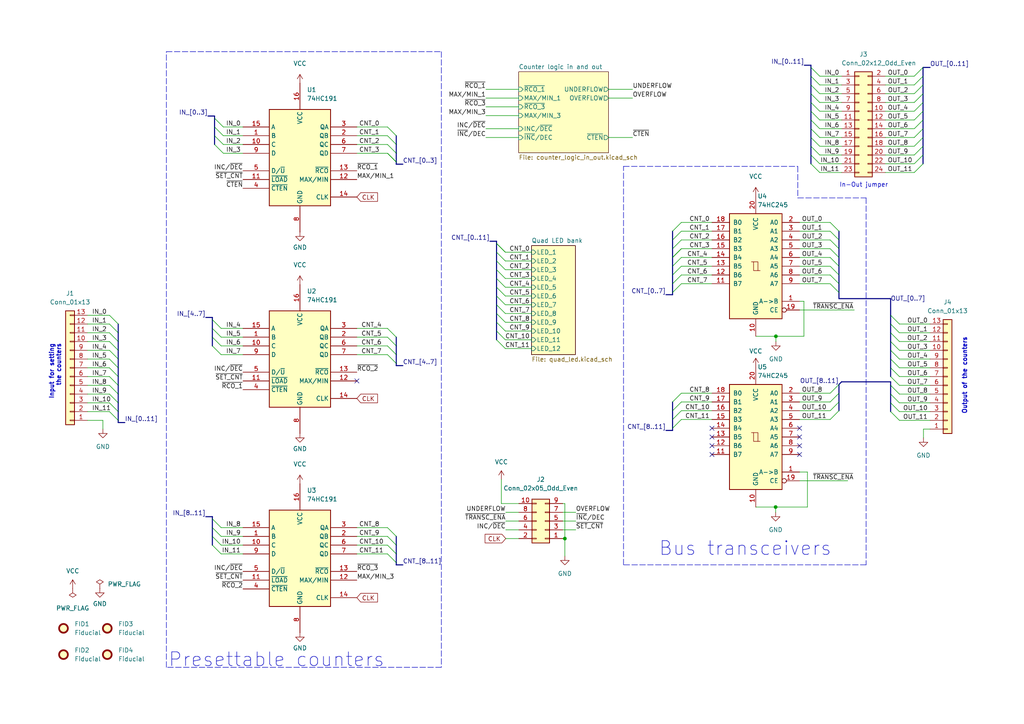
<source format=kicad_sch>
(kicad_sch (version 20211123) (generator eeschema)
  (paper "A4")
  (title_block (title "12 Bit CPU board") (date "2023-04-16") (rev "0.0") (company "The O Town Garage"))
  (lib_symbols
    (symbol "74HC191:74HC191"
      (property "Reference" "U" (at 0 0 0))
      (property "Value" "74HC191" (at 0 -3.81 0))
      (symbol "74HC191_0_1"
        (pin input line (at -16.51 0 0) (length 7.62) (name "B") (number "1"))
        (pin input line (at -16.51 -2.54 0) (length 7.62) (name "C") (number "10"))
        (pin input line (at -16.51 -12.7 0) (length 7.62) (name "~{LOAD}") (number "11"))
        (pin output line (at 16.51 -12.7 180) (length 7.62) (name "MAX/MIN") (number "12"))
        (pin output line (at 16.51 -10.16 180) (length 7.62) (name "~{RCO}") (number "13"))
        (pin input line (at 16.51 -17.78 180) (length 7.62) (name "CLK") (number "14"))
        (pin input line (at -16.51 2.54 0) (length 7.62) (name "A") (number "15"))
        (pin power_in line (at 0 15.24 270) (length 7.62) (name "VCC") (number "16"))
        (pin output line (at 16.51 0 180) (length 7.62) (name "QB") (number "2"))
        (pin output line (at 16.51 2.54 180) (length 7.62) (name "QA") (number "3"))
        (pin input line (at -16.51 -15.24 0) (length 7.62) (name "~{CTEN}") (number "4"))
        (pin input line (at -16.51 -10.16 0) (length 7.62) (name "D/~{U}") (number "5"))
        (pin output line (at 16.51 -2.54 180) (length 7.62) (name "QC") (number "6"))
        (pin output line (at 16.51 -5.08 180) (length 7.62) (name "QD") (number "7"))
        (pin power_in line (at 0 -27.94 90) (length 7.62) (name "GND") (number "8"))
        (pin input line (at -16.51 -5.08 0) (length 7.62) (name "D") (number "9"))
      )
      (symbol "74HC191_1_1"
        (rectangle (start -8.89 7.62) (end 8.89 -20.32) (stroke (width 0.254)) (fill (type background)))
      )
    )
    (symbol "74xx:74HC245" (pin_names (offset 1.016))
      (property "Reference" "U" (at -7.62 16.51 0))
      (property "Value" "74HC245" (at -7.62 -16.51 0))
      (symbol "74HC245_1_0"
        (polyline (pts (xy -0.635 -1.27) (xy -0.635 1.27) (xy 0.635 1.27)))
        (polyline (pts (xy -1.27 -1.27) (xy 0.635 -1.27) (xy 0.635 1.27) (xy 1.27 1.27)))
        (pin input line (at -12.7 -10.16 0) (length 5.08) (name "A->B") (number "1"))
        (pin power_in line (at 0 -20.32 90) (length 5.08) (name "GND") (number "10"))
        (pin tri_state line (at 12.7 -5.08 180) (length 5.08) (name "B7") (number "11"))
        (pin tri_state line (at 12.7 -2.54 180) (length 5.08) (name "B6") (number "12"))
        (pin tri_state line (at 12.7 0 180) (length 5.08) (name "B5") (number "13"))
        (pin tri_state line (at 12.7 2.54 180) (length 5.08) (name "B4") (number "14"))
        (pin tri_state line (at 12.7 5.08 180) (length 5.08) (name "B3") (number "15"))
        (pin tri_state line (at 12.7 7.62 180) (length 5.08) (name "B2") (number "16"))
        (pin tri_state line (at 12.7 10.16 180) (length 5.08) (name "B1") (number "17"))
        (pin tri_state line (at 12.7 12.7 180) (length 5.08) (name "B0") (number "18"))
        (pin input inverted (at -12.7 -12.7 0) (length 5.08) (name "CE") (number "19"))
        (pin tri_state line (at -12.7 12.7 0) (length 5.08) (name "A0") (number "2"))
        (pin power_in line (at 0 20.32 270) (length 5.08) (name "VCC") (number "20"))
        (pin tri_state line (at -12.7 10.16 0) (length 5.08) (name "A1") (number "3"))
        (pin tri_state line (at -12.7 7.62 0) (length 5.08) (name "A2") (number "4"))
        (pin tri_state line (at -12.7 5.08 0) (length 5.08) (name "A3") (number "5"))
        (pin tri_state line (at -12.7 2.54 0) (length 5.08) (name "A4") (number "6"))
        (pin tri_state line (at -12.7 0 0) (length 5.08) (name "A5") (number "7"))
        (pin tri_state line (at -12.7 -2.54 0) (length 5.08) (name "A6") (number "8"))
        (pin tri_state line (at -12.7 -5.08 0) (length 5.08) (name "A7") (number "9"))
      )
      (symbol "74HC245_1_1"
        (rectangle (start -7.62 15.24) (end 7.62 -15.24) (stroke (width 0.254)) (fill (type background)))
      )
    )
    (symbol "Connector_Generic:Conn_01x13" (pin_names (offset 1.016) hide)
      (property "Reference" "J" (at 0 17.78 0))
      (property "Value" "Conn_01x13" (at 0 -17.78 0))
      (symbol "Conn_01x13_1_1"
        (rectangle (start -1.27 -15.113) (end 0 -15.367) (stroke (width 0.1524)))
        (rectangle (start -1.27 -12.573) (end 0 -12.827) (stroke (width 0.1524)))
        (rectangle (start -1.27 -10.033) (end 0 -10.287) (stroke (width 0.1524)))
        (rectangle (start -1.27 -7.493) (end 0 -7.747) (stroke (width 0.1524)))
        (rectangle (start -1.27 -4.953) (end 0 -5.207) (stroke (width 0.1524)))
        (rectangle (start -1.27 -2.413) (end 0 -2.667) (stroke (width 0.1524)))
        (rectangle (start -1.27 0.127) (end 0 -0.127) (stroke (width 0.1524)))
        (rectangle (start -1.27 2.667) (end 0 2.413) (stroke (width 0.1524)))
        (rectangle (start -1.27 5.207) (end 0 4.953) (stroke (width 0.1524)))
        (rectangle (start -1.27 7.747) (end 0 7.493) (stroke (width 0.1524)))
        (rectangle (start -1.27 10.287) (end 0 10.033) (stroke (width 0.1524)))
        (rectangle (start -1.27 12.827) (end 0 12.573) (stroke (width 0.1524)))
        (rectangle (start -1.27 15.367) (end 0 15.113) (stroke (width 0.1524)))
        (rectangle (start -1.27 16.51) (end 1.27 -16.51) (stroke (width 0.254)) (fill (type background)))
        (pin passive line (at -5.08 15.24 0) (length 3.81) (name "Pin_1") (number "1"))
        (pin passive line (at -5.08 -7.62 0) (length 3.81) (name "Pin_10") (number "10"))
        (pin passive line (at -5.08 -10.16 0) (length 3.81) (name "Pin_11") (number "11"))
        (pin passive line (at -5.08 -12.7 0) (length 3.81) (name "Pin_12") (number "12"))
        (pin passive line (at -5.08 -15.24 0) (length 3.81) (name "Pin_13") (number "13"))
        (pin passive line (at -5.08 12.7 0) (length 3.81) (name "Pin_2") (number "2"))
        (pin passive line (at -5.08 10.16 0) (length 3.81) (name "Pin_3") (number "3"))
        (pin passive line (at -5.08 7.62 0) (length 3.81) (name "Pin_4") (number "4"))
        (pin passive line (at -5.08 5.08 0) (length 3.81) (name "Pin_5") (number "5"))
        (pin passive line (at -5.08 2.54 0) (length 3.81) (name "Pin_6") (number "6"))
        (pin passive line (at -5.08 0 0) (length 3.81) (name "Pin_7") (number "7"))
        (pin passive line (at -5.08 -2.54 0) (length 3.81) (name "Pin_8") (number "8"))
        (pin passive line (at -5.08 -5.08 0) (length 3.81) (name "Pin_9") (number "9"))
      )
    )
    (symbol "Connector_Generic:Conn_02x05_Odd_Even" (pin_names (offset 1.016) hide)
      (property "Reference" "J" (at 1.27 7.62 0))
      (property "Value" "Conn_02x05_Odd_Even" (at 1.27 -7.62 0))
      (symbol "Conn_02x05_Odd_Even_1_1"
        (rectangle (start -1.27 -4.953) (end 0 -5.207) (stroke (width 0.1524)))
        (rectangle (start -1.27 -2.413) (end 0 -2.667) (stroke (width 0.1524)))
        (rectangle (start -1.27 0.127) (end 0 -0.127) (stroke (width 0.1524)))
        (rectangle (start -1.27 2.667) (end 0 2.413) (stroke (width 0.1524)))
        (rectangle (start -1.27 5.207) (end 0 4.953) (stroke (width 0.1524)))
        (rectangle (start -1.27 6.35) (end 3.81 -6.35) (stroke (width 0.254)) (fill (type background)))
        (rectangle (start 3.81 -4.953) (end 2.54 -5.207) (stroke (width 0.1524)))
        (rectangle (start 3.81 -2.413) (end 2.54 -2.667) (stroke (width 0.1524)))
        (rectangle (start 3.81 0.127) (end 2.54 -0.127) (stroke (width 0.1524)))
        (rectangle (start 3.81 2.667) (end 2.54 2.413) (stroke (width 0.1524)))
        (rectangle (start 3.81 5.207) (end 2.54 4.953) (stroke (width 0.1524)))
        (pin passive line (at -5.08 5.08 0) (length 3.81) (name "Pin_1") (number "1"))
        (pin passive line (at 7.62 -5.08 180) (length 3.81) (name "Pin_10") (number "10"))
        (pin passive line (at 7.62 5.08 180) (length 3.81) (name "Pin_2") (number "2"))
        (pin passive line (at -5.08 2.54 0) (length 3.81) (name "Pin_3") (number "3"))
        (pin passive line (at 7.62 2.54 180) (length 3.81) (name "Pin_4") (number "4"))
        (pin passive line (at -5.08 0 0) (length 3.81) (name "Pin_5") (number "5"))
        (pin passive line (at 7.62 0 180) (length 3.81) (name "Pin_6") (number "6"))
        (pin passive line (at -5.08 -2.54 0) (length 3.81) (name "Pin_7") (number "7"))
        (pin passive line (at 7.62 -2.54 180) (length 3.81) (name "Pin_8") (number "8"))
        (pin passive line (at -5.08 -5.08 0) (length 3.81) (name "Pin_9") (number "9"))
      )
    )
    (symbol "Connector_Generic:Conn_02x12_Odd_Even" (pin_names (offset 1.016) hide)
      (property "Reference" "J" (at 1.27 15.24 0))
      (property "Value" "Conn_02x12_Odd_Even" (at 1.27 -17.78 0))
      (symbol "Conn_02x12_Odd_Even_1_1"
        (rectangle (start -1.27 -15.113) (end 0 -15.367) (stroke (width 0.1524)))
        (rectangle (start -1.27 -12.573) (end 0 -12.827) (stroke (width 0.1524)))
        (rectangle (start -1.27 -10.033) (end 0 -10.287) (stroke (width 0.1524)))
        (rectangle (start -1.27 -7.493) (end 0 -7.747) (stroke (width 0.1524)))
        (rectangle (start -1.27 -4.953) (end 0 -5.207) (stroke (width 0.1524)))
        (rectangle (start -1.27 -2.413) (end 0 -2.667) (stroke (width 0.1524)))
        (rectangle (start -1.27 0.127) (end 0 -0.127) (stroke (width 0.1524)))
        (rectangle (start -1.27 2.667) (end 0 2.413) (stroke (width 0.1524)))
        (rectangle (start -1.27 5.207) (end 0 4.953) (stroke (width 0.1524)))
        (rectangle (start -1.27 7.747) (end 0 7.493) (stroke (width 0.1524)))
        (rectangle (start -1.27 10.287) (end 0 10.033) (stroke (width 0.1524)))
        (rectangle (start -1.27 12.827) (end 0 12.573) (stroke (width 0.1524)))
        (rectangle (start -1.27 13.97) (end 3.81 -16.51) (stroke (width 0.254)) (fill (type background)))
        (rectangle (start 3.81 -15.113) (end 2.54 -15.367) (stroke (width 0.1524)))
        (rectangle (start 3.81 -12.573) (end 2.54 -12.827) (stroke (width 0.1524)))
        (rectangle (start 3.81 -10.033) (end 2.54 -10.287) (stroke (width 0.1524)))
        (rectangle (start 3.81 -7.493) (end 2.54 -7.747) (stroke (width 0.1524)))
        (rectangle (start 3.81 -4.953) (end 2.54 -5.207) (stroke (width 0.1524)))
        (rectangle (start 3.81 -2.413) (end 2.54 -2.667) (stroke (width 0.1524)))
        (rectangle (start 3.81 0.127) (end 2.54 -0.127) (stroke (width 0.1524)))
        (rectangle (start 3.81 2.667) (end 2.54 2.413) (stroke (width 0.1524)))
        (rectangle (start 3.81 5.207) (end 2.54 4.953) (stroke (width 0.1524)))
        (rectangle (start 3.81 7.747) (end 2.54 7.493) (stroke (width 0.1524)))
        (rectangle (start 3.81 10.287) (end 2.54 10.033) (stroke (width 0.1524)))
        (rectangle (start 3.81 12.827) (end 2.54 12.573) (stroke (width 0.1524)))
        (pin passive line (at -5.08 12.7 0) (length 3.81) (name "Pin_1") (number "1"))
        (pin passive line (at 7.62 2.54 180) (length 3.81) (name "Pin_10") (number "10"))
        (pin passive line (at -5.08 0 0) (length 3.81) (name "Pin_11") (number "11"))
        (pin passive line (at 7.62 0 180) (length 3.81) (name "Pin_12") (number "12"))
        (pin passive line (at -5.08 -2.54 0) (length 3.81) (name "Pin_13") (number "13"))
        (pin passive line (at 7.62 -2.54 180) (length 3.81) (name "Pin_14") (number "14"))
        (pin passive line (at -5.08 -5.08 0) (length 3.81) (name "Pin_15") (number "15"))
        (pin passive line (at 7.62 -5.08 180) (length 3.81) (name "Pin_16") (number "16"))
        (pin passive line (at -5.08 -7.62 0) (length 3.81) (name "Pin_17") (number "17"))
        (pin passive line (at 7.62 -7.62 180) (length 3.81) (name "Pin_18") (number "18"))
        (pin passive line (at -5.08 -10.16 0) (length 3.81) (name "Pin_19") (number "19"))
        (pin passive line (at 7.62 12.7 180) (length 3.81) (name "Pin_2") (number "2"))
        (pin passive line (at 7.62 -10.16 180) (length 3.81) (name "Pin_20") (number "20"))
        (pin passive line (at -5.08 -12.7 0) (length 3.81) (name "Pin_21") (number "21"))
        (pin passive line (at 7.62 -12.7 180) (length 3.81) (name "Pin_22") (number "22"))
        (pin passive line (at -5.08 -15.24 0) (length 3.81) (name "Pin_23") (number "23"))
        (pin passive line (at 7.62 -15.24 180) (length 3.81) (name "Pin_24") (number "24"))
        (pin passive line (at -5.08 10.16 0) (length 3.81) (name "Pin_3") (number "3"))
        (pin passive line (at 7.62 10.16 180) (length 3.81) (name "Pin_4") (number "4"))
        (pin passive line (at -5.08 7.62 0) (length 3.81) (name "Pin_5") (number "5"))
        (pin passive line (at 7.62 7.62 180) (length 3.81) (name "Pin_6") (number "6"))
        (pin passive line (at -5.08 5.08 0) (length 3.81) (name "Pin_7") (number "7"))
        (pin passive line (at 7.62 5.08 180) (length 3.81) (name "Pin_8") (number "8"))
        (pin passive line (at -5.08 2.54 0) (length 3.81) (name "Pin_9") (number "9"))
      )
    )
    (symbol "Mechanical:Fiducial"
      (property "Reference" "FID" (at 0 5.08 0))
      (property "Value" "Fiducial" (at 0 3.175 0))
      (symbol "Fiducial_0_1"
        (circle (center 0 0) (radius 1.27) (stroke (width 0.508)) (fill (type background)))
      )
    )
    (symbol "power:GND" (power) (pin_names (offset 0))
      (property "Value" "GND" (at 0 -3.81 0))
      (symbol "GND_0_1"
        (polyline (pts (xy 0 0) (xy 0 -1.27) (xy 1.27 -1.27) (xy 0 -2.54) (xy -1.27 -1.27) (xy 0 -1.27)))
      )
      (symbol "GND_1_1"
        (pin power_in line (at 0 0 270) (length 0) hide (name "GND") (number "1"))
      )
    )
    (symbol "power:PWR_FLAG" (power) (pin_numbers hide) (pin_names (offset 0) hide)
      (property "Value" "PWR_FLAG" (at 0 3.81 0))
      (symbol "PWR_FLAG_0_0"
        (pin power_out line (at 0 0 90) (length 0) (name "pwr") (number "1"))
      )
      (symbol "PWR_FLAG_0_1"
        (polyline (pts (xy 0 0) (xy 0 1.27) (xy -1.016 1.905) (xy 0 2.54) (xy 1.016 1.905) (xy 0 1.27)))
      )
    )
    (symbol "power:VCC" (power) (pin_names (offset 0))
      (property "Value" "VCC" (at 0 3.81 0))
      (symbol "VCC_0_1"
        (polyline (pts (xy -0.762 1.27) (xy 0 2.54)))
        (polyline (pts (xy 0 0) (xy 0 2.54)))
        (polyline (pts (xy 0 2.54) (xy 0.762 1.27)))
      )
      (symbol "VCC_1_1"
        (pin power_in line (at 0 0 90) (length 0) hide (name "VCC") (number "1"))
      )
    )
  )
  (junction (at 225.044 97.536))
  (junction (at 224.9651 147.066))
  (junction (at 163.83 156.21))
  (no_connect (at 103.505 110.49))
  (no_connect (at 206.502 124.206))
  (no_connect (at 206.502 126.746))
  (no_connect (at 206.502 129.286))
  (no_connect (at 206.502 131.826))
  (no_connect (at 231.902 124.206))
  (no_connect (at 231.902 126.746))
  (no_connect (at 231.902 129.286))
  (no_connect (at 231.902 131.826))
  (bus_entry (at 31.75 91.44) (size 2.54 2.54))
  (bus_entry (at 267.716 39.878) (size -2.54 2.54))
  (bus_entry (at 146.558 93.472) (size -2.54 -2.54))
  (bus_entry (at 112.395 160.655) (size 2.54 2.54))
  (bus_entry (at 112.395 97.79) (size 2.54 2.54))
  (bus_entry (at 197.612 64.516) (size -2.54 2.54))
  (bus_entry (at 267.716 19.558) (size -2.54 2.54))
  (bus_entry (at 237.744 47.498) (size -2.54 -2.54))
  (bus_entry (at 237.744 42.418) (size -2.54 -2.54))
  (bus_entry (at 258.318 91.44) (size 2.54 2.54))
  (bus_entry (at 243.332 116.586) (size -2.54 2.54))
  (bus_entry (at 258.318 116.84) (size 2.54 2.54))
  (bus_entry (at 258.318 114.3) (size 2.54 2.54))
  (bus_entry (at 258.318 119.38) (size 2.54 2.54))
  (bus_entry (at 258.318 111.76) (size 2.54 2.54))
  (bus_entry (at 31.75 109.22) (size 2.54 2.54))
  (bus_entry (at 146.558 83.312) (size -2.54 -2.54))
  (bus_entry (at 197.612 121.666) (size -2.54 2.54))
  (bus_entry (at 267.716 29.718) (size -2.54 2.54))
  (bus_entry (at 197.612 74.676) (size -2.54 2.54))
  (bus_entry (at 258.318 104.14) (size 2.54 2.54))
  (bus_entry (at 243.332 74.676) (size -2.54 -2.54))
  (bus_entry (at 235.204 24.638) (size 2.54 2.54))
  (bus_entry (at 112.395 153.035) (size 2.54 2.54))
  (bus_entry (at 235.204 22.098) (size 2.54 2.54))
  (bus_entry (at 258.318 101.6) (size 2.54 2.54))
  (bus_entry (at 258.318 106.68) (size 2.54 2.54))
  (bus_entry (at 267.716 44.958) (size -2.54 2.54))
  (bus_entry (at 243.332 77.216) (size -2.54 -2.54))
  (bus_entry (at 112.395 44.45) (size 2.54 2.54))
  (bus_entry (at 267.716 27.178) (size -2.54 2.54))
  (bus_entry (at 146.558 101.092) (size -2.54 -2.54))
  (bus_entry (at 237.744 50.038) (size -2.54 -2.54))
  (bus_entry (at 197.612 72.136) (size -2.54 2.54))
  (bus_entry (at 197.612 77.216) (size -2.54 2.54))
  (bus_entry (at 243.332 114.046) (size -2.54 2.54))
  (bus_entry (at 267.716 37.338) (size -2.54 2.54))
  (bus_entry (at 112.395 95.25) (size 2.54 2.54))
  (bus_entry (at 197.612 69.596) (size -2.54 2.54))
  (bus_entry (at 146.558 73.152) (size -2.54 -2.54))
  (bus_entry (at 235.204 27.178) (size 2.54 2.54))
  (bus_entry (at 146.558 88.392) (size -2.54 -2.54))
  (bus_entry (at 112.395 41.91) (size 2.54 2.54))
  (bus_entry (at 31.75 119.38) (size 2.54 2.54))
  (bus_entry (at 31.75 111.76) (size 2.54 2.54))
  (bus_entry (at 31.75 116.84) (size 2.54 2.54))
  (bus_entry (at 31.75 114.3) (size 2.54 2.54))
  (bus_entry (at 197.612 116.586) (size -2.54 2.54))
  (bus_entry (at 258.318 99.06) (size 2.54 2.54))
  (bus_entry (at 267.716 34.798) (size -2.54 2.54))
  (bus_entry (at 243.332 119.126) (size -2.54 2.54))
  (bus_entry (at 146.558 73.152) (size -2.54 -2.54))
  (bus_entry (at 197.612 79.756) (size -2.54 2.54))
  (bus_entry (at 237.744 34.798) (size -2.54 -2.54))
  (bus_entry (at 64.135 95.25) (size -2.54 -2.54))
  (bus_entry (at 31.75 96.52) (size 2.54 2.54))
  (bus_entry (at 243.332 82.296) (size -2.54 -2.54))
  (bus_entry (at 31.75 99.06) (size 2.54 2.54))
  (bus_entry (at 243.332 72.136) (size -2.54 -2.54))
  (bus_entry (at 258.318 96.52) (size 2.54 2.54))
  (bus_entry (at 267.716 47.498) (size -2.54 2.54))
  (bus_entry (at 64.135 102.87) (size -2.54 -2.54))
  (bus_entry (at 112.395 158.115) (size 2.54 2.54))
  (bus_entry (at 267.716 32.258) (size -2.54 2.54))
  (bus_entry (at 64.135 160.655) (size -2.54 -2.54))
  (bus_entry (at 197.612 114.046) (size -2.54 2.54))
  (bus_entry (at 31.75 93.98) (size 2.54 2.54))
  (bus_entry (at 62.23 39.37) (size 2.54 2.54))
  (bus_entry (at 267.716 42.418) (size -2.54 2.54))
  (bus_entry (at 62.23 36.83) (size 2.54 2.54))
  (bus_entry (at 243.332 79.756) (size -2.54 -2.54))
  (bus_entry (at 146.558 96.012) (size -2.54 -2.54))
  (bus_entry (at 146.558 78.232) (size -2.54 -2.54))
  (bus_entry (at 112.395 44.45) (size 2.54 2.54))
  (bus_entry (at 62.23 41.91) (size 2.54 2.54))
  (bus_entry (at 112.395 102.87) (size 2.54 2.54))
  (bus_entry (at 267.716 22.098) (size -2.54 2.54))
  (bus_entry (at 31.75 106.68) (size 2.54 2.54))
  (bus_entry (at 64.135 153.035) (size -2.54 -2.54))
  (bus_entry (at 197.612 67.056) (size -2.54 2.54))
  (bus_entry (at 64.135 155.575) (size -2.54 -2.54))
  (bus_entry (at 31.75 101.6) (size 2.54 2.54))
  (bus_entry (at 237.744 32.258) (size -2.54 -2.54))
  (bus_entry (at 64.135 158.115) (size -2.54 -2.54))
  (bus_entry (at 237.744 39.878) (size -2.54 -2.54))
  (bus_entry (at 237.744 37.338) (size -2.54 -2.54))
  (bus_entry (at 64.135 97.79) (size -2.54 -2.54))
  (bus_entry (at 197.612 82.296) (size -2.54 2.54))
  (bus_entry (at 64.135 100.33) (size -2.54 -2.54))
  (bus_entry (at 267.716 24.638) (size -2.54 2.54))
  (bus_entry (at 112.395 36.83) (size 2.54 2.54))
  (bus_entry (at 146.558 98.552) (size -2.54 -2.54))
  (bus_entry (at 237.744 44.958) (size -2.54 -2.54))
  (bus_entry (at 112.395 100.33) (size 2.54 2.54))
  (bus_entry (at 146.558 85.852) (size -2.54 -2.54))
  (bus_entry (at 243.332 84.836) (size -2.54 -2.54))
  (bus_entry (at 243.332 69.596) (size -2.54 -2.54))
  (bus_entry (at 112.395 155.575) (size 2.54 2.54))
  (bus_entry (at 197.612 119.126) (size -2.54 2.54))
  (bus_entry (at 62.23 34.29) (size 2.54 2.54))
  (bus_entry (at 146.558 75.692) (size -2.54 -2.54))
  (bus_entry (at 243.332 67.056) (size -2.54 -2.54))
  (bus_entry (at 112.395 39.37) (size 2.54 2.54))
  (bus_entry (at 258.318 109.22) (size 2.54 2.54))
  (bus_entry (at 235.204 19.558) (size 2.54 2.54))
  (bus_entry (at 146.558 80.772) (size -2.54 -2.54))
  (bus_entry (at 31.75 104.14) (size 2.54 2.54))
  (bus_entry (at 243.332 111.506) (size -2.54 2.54))
  (bus_entry (at 197.612 72.136) (size -2.54 2.54))
  (bus_entry (at 146.558 90.932) (size -2.54 -2.54))
  (bus_entry (at 258.318 93.98) (size 2.54 2.54))
  (wire (pts (xy 231.902 89.916) (xy 247.777 89.916)))
  (bus (pts (xy 34.29 122.555) (xy 36.195 122.555)))
  (polyline (pts (xy 251.206 163.83) (xy 180.848 163.83)))
  (wire (pts (xy 176.4921 28.4496) (xy 183.4771 28.4496)))
  (wire (pts (xy 260.858 121.92) (xy 269.748 121.92)))
  (wire (pts (xy 146.558 90.932) (xy 154.178 90.932)))
  (wire (pts (xy 70.485 155.575) (xy 64.135 155.575)))
  (wire (pts (xy 154.178 78.232) (xy 146.558 78.232)))
  (wire (pts (xy 219.202 147.066) (xy 224.9651 147.066)))
  (bus (pts (xy 243.332 72.136) (xy 243.332 74.676)))
  (wire (pts (xy 103.505 160.655) (xy 112.395 160.655)))
  (bus (pts (xy 243.332 116.586) (xy 243.332 114.046)))
  (bus (pts (xy 34.29 114.3) (xy 34.29 116.84)))
  (wire (pts (xy 70.485 97.79) (xy 64.135 97.79)))
  (bus (pts (xy 258.318 99.06) (xy 258.318 96.52)))
  (bus (pts (xy 243.332 74.676) (xy 243.332 77.216)))
  (bus (pts (xy 267.716 37.338) (xy 267.716 39.878)))
  (wire (pts (xy 103.505 39.37) (xy 112.395 39.37)))
  (bus (pts (xy 114.935 163.83) (xy 116.84 163.83)))
  (wire (pts (xy 244.094 32.258) (xy 237.744 32.258)))
  (wire (pts (xy 70.485 160.655) (xy 64.135 160.655)))
  (wire (pts (xy 260.858 114.3) (xy 269.748 114.3)))
  (wire (pts (xy 260.858 101.6) (xy 269.748 101.6)))
  (wire (pts (xy 140.9321 37.3396) (xy 150.4571 37.3396)))
  (wire (pts (xy 25.4 104.14) (xy 31.75 104.14)))
  (wire (pts (xy 145.415 146.05) (xy 145.415 139.065)))
  (bus (pts (xy 195.072 67.056) (xy 195.072 69.596)))
  (wire (pts (xy 240.792 82.296) (xy 231.902 82.296)))
  (wire (pts (xy 163.195 151.13) (xy 167.005 151.13)))
  (bus (pts (xy 34.29 102.362) (xy 34.29 104.14)))
  (wire (pts (xy 163.195 156.21) (xy 163.83 156.21)))
  (wire (pts (xy 25.4 119.38) (xy 31.75 119.38)))
  (wire (pts (xy 244.094 37.338) (xy 237.744 37.338)))
  (wire (pts (xy 25.4 101.6) (xy 31.75 101.6)))
  (bus (pts (xy 258.318 96.52) (xy 258.318 93.98)))
  (wire (pts (xy 237.744 29.718) (xy 244.094 29.718)))
  (wire (pts (xy 265.176 42.418) (xy 256.794 42.418)))
  (bus (pts (xy 235.204 27.178) (xy 235.204 29.718)))
  (bus (pts (xy 267.716 27.178) (xy 267.716 24.638)))
  (bus (pts (xy 144.018 69.977) (xy 142.113 69.977)))
  (bus (pts (xy 34.29 116.84) (xy 34.29 119.38)))
  (wire (pts (xy 244.094 34.798) (xy 237.744 34.798)))
  (wire (pts (xy 206.502 74.676) (xy 197.612 74.676)))
  (wire (pts (xy 64.77 41.91) (xy 70.485 41.91)))
  (wire (pts (xy 25.4 93.98) (xy 31.75 93.98)))
  (wire (pts (xy 244.094 50.038) (xy 237.744 50.038)))
  (wire (pts (xy 206.502 79.756) (xy 197.612 79.756)))
  (wire (pts (xy 206.502 82.296) (xy 197.612 82.296)))
  (bus (pts (xy 267.716 42.418) (xy 267.716 39.878)))
  (bus (pts (xy 34.29 119.38) (xy 34.29 121.92)))
  (wire (pts (xy 265.176 22.098) (xy 256.794 22.098)))
  (bus (pts (xy 267.716 34.798) (xy 267.716 32.258)))
  (bus (pts (xy 258.318 101.6) (xy 258.318 99.06)))
  (wire (pts (xy 269.748 124.46) (xy 267.843 124.46)))
  (bus (pts (xy 243.332 119.126) (xy 243.332 116.586)))
  (bus (pts (xy 195.072 82.296) (xy 195.072 84.836)))
  (bus (pts (xy 114.935 47.625) (xy 116.84 47.625)))
  (bus (pts (xy 34.29 109.22) (xy 34.29 111.76)))
  (bus (pts (xy 61.595 158.115) (xy 61.595 155.575)))
  (wire (pts (xy 146.685 156.21) (xy 150.495 156.21)))
  (bus (pts (xy 114.935 106.045) (xy 116.84 106.045)))
  (bus (pts (xy 144.018 93.472) (xy 144.018 96.012)))
  (wire (pts (xy 260.858 99.06) (xy 269.748 99.06)))
  (wire (pts (xy 25.4 114.3) (xy 31.75 114.3)))
  (bus (pts (xy 195.072 124.841) (xy 193.167 124.841)))
  (wire (pts (xy 154.178 75.692) (xy 146.558 75.692)))
  (wire (pts (xy 260.858 111.76) (xy 269.748 111.76)))
  (bus (pts (xy 144.018 78.232) (xy 144.018 80.772)))
  (bus (pts (xy 144.018 73.152) (xy 144.018 70.612)))
  (bus (pts (xy 195.072 79.756) (xy 195.072 82.296)))
  (wire (pts (xy 265.176 50.038) (xy 256.794 50.038)))
  (wire (pts (xy 237.744 22.098) (xy 244.094 22.098)))
  (bus (pts (xy 258.318 119.38) (xy 258.318 116.84)))
  (bus (pts (xy 258.318 106.68) (xy 258.318 104.14)))
  (wire (pts (xy 225.044 97.536) (xy 225.044 99.06)))
  (bus (pts (xy 144.018 75.692) (xy 144.018 73.152)))
  (wire (pts (xy 244.094 42.418) (xy 237.744 42.418)))
  (wire (pts (xy 64.77 36.83) (xy 70.485 36.83)))
  (bus (pts (xy 114.935 39.37) (xy 114.935 41.91)))
  (bus (pts (xy 235.204 42.418) (xy 235.204 39.878)))
  (wire (pts (xy 154.178 73.152) (xy 146.558 73.152)))
  (wire (pts (xy 103.505 102.87) (xy 112.395 102.87)))
  (wire (pts (xy 233.172 87.376) (xy 231.902 87.376)))
  (wire (pts (xy 240.792 74.676) (xy 231.902 74.676)))
  (wire (pts (xy 103.505 36.83) (xy 112.395 36.83)))
  (wire (pts (xy 140.9321 39.8796) (xy 150.4571 39.8796)))
  (wire (pts (xy 140.9321 33.5296) (xy 150.4571 33.5296)))
  (bus (pts (xy 114.935 160.655) (xy 114.935 163.195)))
  (bus (pts (xy 235.204 27.178) (xy 235.204 24.638)))
  (wire (pts (xy 206.502 67.056) (xy 197.612 67.056)))
  (bus (pts (xy 233.299 18.923) (xy 235.204 18.923)))
  (bus (pts (xy 235.204 34.798) (xy 235.204 32.258)))
  (wire (pts (xy 224.9651 147.066) (xy 224.9651 148.59)))
  (wire (pts (xy 237.744 27.178) (xy 244.094 27.178)))
  (bus (pts (xy 114.935 44.45) (xy 114.935 46.99)))
  (wire (pts (xy 103.505 41.91) (xy 112.395 41.91)))
  (wire (pts (xy 206.502 116.586) (xy 197.612 116.586)))
  (bus (pts (xy 62.23 36.83) (xy 62.23 34.29)))
  (bus (pts (xy 34.29 93.98) (xy 34.29 96.52)))
  (wire (pts (xy 70.485 158.115) (xy 64.135 158.115)))
  (bus (pts (xy 267.716 19.558) (xy 269.748 19.558)))
  (bus (pts (xy 235.204 24.638) (xy 235.204 22.098)))
  (wire (pts (xy 233.172 87.376) (xy 233.172 97.536)))
  (wire (pts (xy 237.744 24.638) (xy 244.094 24.638)))
  (bus (pts (xy 61.595 92.71) (xy 61.595 92.075)))
  (bus (pts (xy 258.318 93.98) (xy 258.318 91.44)))
  (wire (pts (xy 103.505 97.79) (xy 112.395 97.79)))
  (wire (pts (xy 25.4 99.06) (xy 31.75 99.06)))
  (wire (pts (xy 240.792 67.056) (xy 231.902 67.056)))
  (wire (pts (xy 260.858 106.68) (xy 269.748 106.68)))
  (bus (pts (xy 267.716 24.638) (xy 267.716 22.098)))
  (bus (pts (xy 61.595 149.86) (xy 59.69 149.86)))
  (wire (pts (xy 231.902 139.446) (xy 245.872 139.446)))
  (wire (pts (xy 244.094 47.498) (xy 237.744 47.498)))
  (bus (pts (xy 114.935 46.99) (xy 114.935 47.625)))
  (wire (pts (xy 265.176 32.258) (xy 256.794 32.258)))
  (wire (pts (xy 244.094 44.958) (xy 237.744 44.958)))
  (wire (pts (xy 103.505 95.25) (xy 112.395 95.25)))
  (bus (pts (xy 267.716 29.718) (xy 267.716 27.178)))
  (wire (pts (xy 163.195 148.59) (xy 167.005 148.59)))
  (wire (pts (xy 206.502 69.596) (xy 197.612 69.596)))
  (wire (pts (xy 25.4 91.44) (xy 31.75 91.44)))
  (bus (pts (xy 235.204 19.558) (xy 235.204 18.923)))
  (wire (pts (xy 206.502 64.516) (xy 197.612 64.516)))
  (wire (pts (xy 70.485 100.33) (xy 64.135 100.33)))
  (polyline (pts (xy 231.394 48.26) (xy 231.394 57.404)))
  (polyline (pts (xy 128.016 193.548) (xy 48.26 193.548)))
  (wire (pts (xy 140.9321 30.9896) (xy 150.4571 30.9896)))
  (wire (pts (xy 265.176 44.958) (xy 256.794 44.958)))
  (bus (pts (xy 195.072 119.126) (xy 195.072 121.666)))
  (bus (pts (xy 258.318 111.76) (xy 258.318 114.3)))
  (bus (pts (xy 235.204 39.878) (xy 235.204 39.243)))
  (polyline (pts (xy 48.26 193.548) (xy 48.26 14.986)))
  (wire (pts (xy 206.502 114.046) (xy 197.612 114.046)))
  (bus (pts (xy 34.29 101.6) (xy 34.29 102.235)))
  (bus (pts (xy 114.935 100.33) (xy 114.935 102.87)))
  (wire (pts (xy 163.83 156.21) (xy 163.83 161.29)))
  (bus (pts (xy 267.716 44.958) (xy 267.716 42.418)))
  (wire (pts (xy 150.495 146.05) (xy 145.415 146.05)))
  (wire (pts (xy 25.4 116.84) (xy 31.75 116.84)))
  (wire (pts (xy 103.505 153.035) (xy 112.395 153.035)))
  (wire (pts (xy 29.845 121.92) (xy 29.845 124.46)))
  (polyline (pts (xy 180.848 163.83) (xy 180.848 48.26)))
  (wire (pts (xy 265.176 39.878) (xy 256.794 39.878)))
  (bus (pts (xy 235.204 47.498) (xy 235.204 44.958)))
  (wire (pts (xy 206.502 77.216) (xy 197.612 77.216)))
  (wire (pts (xy 25.4 109.22) (xy 31.75 109.22)))
  (bus (pts (xy 144.018 80.772) (xy 144.018 83.312)))
  (wire (pts (xy 25.4 96.52) (xy 31.75 96.52)))
  (wire (pts (xy 260.858 116.84) (xy 269.748 116.84)))
  (wire (pts (xy 265.176 24.638) (xy 256.794 24.638)))
  (bus (pts (xy 60.325 33.655) (xy 62.23 33.655)))
  (wire (pts (xy 240.792 77.216) (xy 231.902 77.216)))
  (bus (pts (xy 114.935 163.195) (xy 114.935 163.83)))
  (bus (pts (xy 114.935 102.87) (xy 114.935 105.41)))
  (bus (pts (xy 144.018 70.612) (xy 144.018 69.977)))
  (bus (pts (xy 62.23 34.29) (xy 62.23 33.655)))
  (bus (pts (xy 114.935 158.115) (xy 114.935 160.655)))
  (wire (pts (xy 260.858 109.22) (xy 269.748 109.22)))
  (wire (pts (xy 146.558 93.472) (xy 154.178 93.472)))
  (bus (pts (xy 235.204 32.258) (xy 235.204 29.718)))
  (wire (pts (xy 146.685 151.13) (xy 150.495 151.13)))
  (wire (pts (xy 267.843 124.46) (xy 267.843 127)))
  (polyline (pts (xy 231.394 57.404) (xy 251.206 57.404)))
  (bus (pts (xy 61.595 100.33) (xy 61.595 97.79)))
  (wire (pts (xy 240.792 72.136) (xy 231.902 72.136)))
  (bus (pts (xy 195.072 77.216) (xy 195.072 79.756)))
  (bus (pts (xy 267.716 32.258) (xy 267.716 29.718)))
  (wire (pts (xy 146.685 148.59) (xy 150.495 148.59)))
  (bus (pts (xy 34.29 111.76) (xy 34.29 114.3)))
  (bus (pts (xy 243.332 86.614) (xy 243.332 84.836)))
  (wire (pts (xy 240.792 64.516) (xy 231.902 64.516)))
  (bus (pts (xy 243.332 77.216) (xy 243.332 79.756)))
  (bus (pts (xy 144.018 75.692) (xy 144.018 78.232)))
  (wire (pts (xy 64.77 44.45) (xy 70.485 44.45)))
  (bus (pts (xy 243.332 111.506) (xy 244.094 110.744)))
  (wire (pts (xy 265.176 34.798) (xy 256.794 34.798)))
  (wire (pts (xy 240.792 119.126) (xy 231.902 119.126)))
  (polyline (pts (xy 180.848 48.26) (xy 231.394 48.26)))
  (wire (pts (xy 206.502 72.136) (xy 197.612 72.136)))
  (wire (pts (xy 265.176 29.718) (xy 256.794 29.718)))
  (bus (pts (xy 195.072 69.596) (xy 195.072 72.136)))
  (wire (pts (xy 260.858 96.52) (xy 269.748 96.52)))
  (wire (pts (xy 176.4921 25.9096) (xy 183.4771 25.9096)))
  (bus (pts (xy 235.204 37.338) (xy 235.204 39.116)))
  (polyline (pts (xy 251.206 57.404) (xy 251.206 163.83)))
  (bus (pts (xy 258.318 104.14) (xy 258.318 101.6)))
  (wire (pts (xy 163.195 153.67) (xy 167.005 153.67)))
  (wire (pts (xy 234.188 136.906) (xy 234.188 147.066)))
  (bus (pts (xy 195.072 85.471) (xy 193.167 85.471)))
  (wire (pts (xy 146.558 83.312) (xy 154.178 83.312)))
  (bus (pts (xy 267.716 34.798) (xy 267.716 37.338)))
  (wire (pts (xy 146.558 98.552) (xy 154.178 98.552)))
  (bus (pts (xy 61.595 153.035) (xy 61.595 150.495)))
  (bus (pts (xy 61.595 95.25) (xy 61.595 92.71)))
  (wire (pts (xy 103.505 155.575) (xy 112.395 155.575)))
  (wire (pts (xy 25.4 106.68) (xy 31.75 106.68)))
  (bus (pts (xy 144.018 88.392) (xy 144.018 90.932)))
  (bus (pts (xy 195.072 116.586) (xy 195.072 119.126)))
  (bus (pts (xy 34.29 106.68) (xy 34.29 109.22)))
  (bus (pts (xy 243.332 67.056) (xy 243.332 69.596)))
  (wire (pts (xy 70.485 102.87) (xy 64.135 102.87)))
  (wire (pts (xy 70.485 95.25) (xy 64.135 95.25)))
  (wire (pts (xy 103.505 158.115) (xy 112.395 158.115)))
  (wire (pts (xy 146.558 85.852) (xy 154.178 85.852)))
  (wire (pts (xy 146.558 88.392) (xy 154.178 88.392)))
  (wire (pts (xy 206.502 121.666) (xy 197.612 121.666)))
  (bus (pts (xy 62.23 41.91) (xy 62.23 39.37)))
  (bus (pts (xy 195.072 84.836) (xy 195.072 85.471)))
  (wire (pts (xy 265.176 37.338) (xy 256.794 37.338)))
  (wire (pts (xy 146.558 101.092) (xy 154.178 101.092)))
  (bus (pts (xy 144.018 96.012) (xy 144.018 98.552)))
  (bus (pts (xy 144.018 85.852) (xy 144.018 88.392)))
  (wire (pts (xy 163.195 146.05) (xy 163.83 146.05)))
  (bus (pts (xy 267.716 22.098) (xy 267.716 19.558)))
  (bus (pts (xy 243.332 82.296) (xy 243.332 84.836)))
  (wire (pts (xy 25.4 111.76) (xy 31.75 111.76)))
  (bus (pts (xy 195.072 72.136) (xy 195.072 74.676)))
  (wire (pts (xy 163.83 146.05) (xy 163.83 156.21)))
  (wire (pts (xy 176.4921 39.8796) (xy 183.4771 39.8796)))
  (wire (pts (xy 154.178 80.772) (xy 146.558 80.772)))
  (wire (pts (xy 224.9651 147.066) (xy 234.188 147.066)))
  (bus (pts (xy 243.332 69.596) (xy 243.332 72.136)))
  (polyline (pts (xy 128.016 14.986) (xy 128.016 193.548)))
  (bus (pts (xy 34.29 96.52) (xy 34.29 99.06)))
  (wire (pts (xy 240.792 114.046) (xy 231.902 114.046)))
  (bus (pts (xy 195.072 74.676) (xy 195.072 77.216)))
  (bus (pts (xy 258.318 109.22) (xy 258.318 106.68)))
  (wire (pts (xy 225.044 97.536) (xy 233.172 97.536)))
  (wire (pts (xy 219.202 97.536) (xy 225.044 97.536)))
  (bus (pts (xy 244.094 110.744) (xy 258.318 110.744)))
  (wire (pts (xy 260.858 119.38) (xy 269.748 119.38)))
  (bus (pts (xy 34.29 121.92) (xy 34.29 122.555)))
  (wire (pts (xy 240.792 79.756) (xy 231.902 79.756)))
  (bus (pts (xy 235.204 44.958) (xy 235.204 42.418)))
  (bus (pts (xy 61.595 150.495) (xy 61.595 149.86)))
  (wire (pts (xy 265.176 27.178) (xy 256.794 27.178)))
  (bus (pts (xy 114.935 155.575) (xy 114.935 158.115)))
  (bus (pts (xy 61.595 92.075) (xy 59.69 92.075)))
  (wire (pts (xy 260.858 104.14) (xy 269.748 104.14)))
  (wire (pts (xy 146.558 96.012) (xy 154.178 96.012)))
  (wire (pts (xy 146.685 153.67) (xy 150.495 153.67)))
  (bus (pts (xy 258.318 91.44) (xy 258.318 86.614)))
  (bus (pts (xy 61.595 97.79) (xy 61.595 95.25)))
  (bus (pts (xy 114.935 41.91) (xy 114.935 44.45)))
  (bus (pts (xy 195.072 124.206) (xy 195.072 124.841)))
  (bus (pts (xy 267.716 47.498) (xy 267.716 44.958)))
  (wire (pts (xy 240.792 116.586) (xy 231.902 116.586)))
  (wire (pts (xy 234.188 136.906) (xy 231.902 136.906)))
  (wire (pts (xy 64.77 39.37) (xy 70.485 39.37)))
  (wire (pts (xy 103.505 44.45) (xy 112.395 44.45)))
  (bus (pts (xy 114.935 105.41) (xy 114.935 106.045)))
  (polyline (pts (xy 48.26 14.986) (xy 128.016 14.986)))
  (bus (pts (xy 258.318 116.84) (xy 258.318 114.3)))
  (wire (pts (xy 244.094 39.878) (xy 237.744 39.878)))
  (bus (pts (xy 114.935 97.79) (xy 114.935 100.33)))
  (wire (pts (xy 140.9321 25.9096) (xy 150.4571 25.9096)))
  (bus (pts (xy 62.23 39.37) (xy 62.23 36.83)))
  (bus (pts (xy 34.29 99.06) (xy 34.29 101.6)))
  (bus (pts (xy 243.332 114.046) (xy 243.332 111.506)))
  (bus (pts (xy 235.204 37.338) (xy 235.204 34.798)))
  (bus (pts (xy 258.318 110.744) (xy 258.318 111.76)))
  (wire (pts (xy 103.505 100.33) (xy 112.395 100.33)))
  (wire (pts (xy 70.485 153.035) (xy 64.135 153.035)))
  (bus (pts (xy 235.204 22.098) (xy 235.204 19.558)))
  (bus (pts (xy 144.018 83.312) (xy 144.018 85.852)))
  (bus (pts (xy 144.018 90.932) (xy 144.018 93.472)))
  (wire (pts (xy 260.858 93.98) (xy 269.748 93.98)))
  (wire (pts (xy 140.9321 28.4496) (xy 150.4571 28.4496)))
  (bus (pts (xy 61.595 155.575) (xy 61.595 153.035)))
  (wire (pts (xy 240.792 121.666) (xy 231.902 121.666)))
  (wire (pts (xy 206.502 119.126) (xy 197.612 119.126)))
  (bus (pts (xy 243.332 79.756) (xy 243.332 82.296)))
  (wire (pts (xy 240.792 69.596) (xy 231.902 69.596)))
  (bus (pts (xy 195.072 121.666) (xy 195.072 124.206)))
  (wire (pts (xy 25.4 121.92) (xy 29.845 121.92)))
  (wire (pts (xy 265.176 47.498) (xy 256.794 47.498)))
  (bus (pts (xy 258.318 86.614) (xy 243.332 86.614)))
  (bus (pts (xy 34.29 104.14) (xy 34.29 106.68)))
  (text "Presettable counters" (at 48.768 193.802 0) (effects (font (size 4 4)) (justify left bottom)))
  (text "Output of the counters" (at 280.543 97.79 270) (effects (font (size 1.27 1.27) (thickness 0.254) bold) (justify right bottom)))
  (text "In-Out jumper" (at 243.459 54.483 0) (effects (font (size 1.27 1.27)) (justify left bottom)))
  (text "Input for setting\nthe counters" (at 17.78 99.695 270) (effects (font (size 1.27 1.27) (thickness 0.254) bold) (justify right bottom)))
  (text "Bus transceivers" (at 191.008 161.544 0) (effects (font (size 4 4)) (justify left bottom)))
  (label "OUT_10" (at 257.429 47.498 0))
  (label "OUT_7" (at 232.537 82.296 0))
  (label "IN_10" (at 243.459 47.498 180))
  (label "CNT_1" (at 104.14 39.37 0))
  (label "CNT_[8..11]" (at 193.167 124.841 180))
  (label "INC{slash}~{DEC}" (at 146.685 153.67 180))
  (label "CNT_2" (at 153.67 78.232 180))
  (label "OUT_9" (at 269.113 116.84 180))
  (label "OUT_7" (at 257.429 39.878 0))
  (label "IN_4" (at 243.459 32.258 180))
  (label "CNT_10" (at 104.14 158.115 0))
  (label "IN_10" (at 69.85 158.115 180))
  (label "CNT_11" (at 153.67 101.092 180))
  (label "INC{slash}~{DEC}" (at 140.9321 37.3396 180))
  (label "IN_5" (at 26.67 104.14 0))
  (label "CNT_1" (at 153.67 75.692 180))
  (label "~{SET_CNT}" (at 70.485 168.275 180))
  (label "~{RCO_3}" (at 140.9321 30.9896 180))
  (label "MAX{slash}MIN_1" (at 140.9321 28.4496 180))
  (label "IN_10" (at 26.67 116.84 0))
  (label "OUT_11" (at 232.537 121.666 0))
  (label "IN_[8..11]" (at 59.69 149.86 180))
  (label "CNT_9" (at 153.67 96.012 180))
  (label "IN_2" (at 243.459 27.178 180))
  (label "IN_8" (at 243.459 42.418 180))
  (label "OUT_[0..7]" (at 258.318 87.63 0))
  (label "CNT_8" (at 153.67 93.472 180))
  (label "IN_9" (at 26.67 114.3 0))
  (label "OUT_1" (at 269.113 96.52 180))
  (label "OUT_6" (at 269.113 109.22 180))
  (label "OUT_11" (at 257.429 50.038 0))
  (label "OUT_[0..11]" (at 269.748 19.558 0))
  (label "CNT_6" (at 104.775 100.33 0))
  (label "CNT_8" (at 205.867 114.046 180))
  (label "IN_9" (at 243.459 44.958 180))
  (label "OUT_10" (at 232.537 119.126 0))
  (label "MAX{slash}MIN_3" (at 140.9321 33.5296 180))
  (label "CNT_2" (at 104.14 41.91 0))
  (label "IN_3" (at 243.459 29.718 180))
  (label "IN_2" (at 26.67 96.52 0))
  (label "OUT_8" (at 232.537 114.046 0))
  (label "OUT_1" (at 232.537 67.056 0))
  (label "CNT_0" (at 104.14 36.83 0))
  (label "~{TRANSC_ENA}" (at 146.685 151.13 180))
  (label "CNT_3" (at 205.867 72.136 180))
  (label "OUT_3" (at 269.113 101.6 180))
  (label "~{SET_CNT}" (at 167.005 153.67 0))
  (label "OUT_6" (at 257.429 37.338 0))
  (label "INC{slash}~{DEC}" (at 70.485 165.735 180))
  (label "IN_7" (at 243.459 39.878 180))
  (label "UNDERFLOW" (at 146.685 148.59 180))
  (label "OUT_6" (at 232.537 79.756 0))
  (label "IN_1" (at 26.67 93.98 0))
  (label "CNT_0" (at 205.867 64.516 180))
  (label "~{RCO_3}" (at 103.505 165.735 0))
  (label "OUT_4" (at 232.537 74.676 0))
  (label "~{RCO_2}" (at 103.505 107.95 0))
  (label "INC{slash}~{DEC}" (at 70.485 107.95 180))
  (label "OUT_4" (at 269.113 104.14 180))
  (label "UNDERFLOW" (at 183.4771 25.9096 0))
  (label "INC{slash}~{DEC}" (at 70.485 49.53 180))
  (label "CNT_4" (at 205.232 74.676 180))
  (label "OUT_9" (at 257.429 44.958 0))
  (label "~{INC}{slash}DEC" (at 167.005 151.13 0))
  (label "IN_11" (at 26.67 119.38 0))
  (label "CNT_10" (at 153.67 98.552 180))
  (label "CNT_4" (at 104.775 95.25 0))
  (label "OUT_2" (at 269.0719 99.06 180))
  (label "~{RCO_1}" (at 140.9321 25.9096 180))
  (label "IN_5" (at 69.85 97.79 180))
  (label "CNT_5" (at 205.232 77.216 180))
  (label "CNT_[8..11]" (at 116.84 163.83 0))
  (label "~{RCO_1}" (at 103.505 49.53 0))
  (label "IN_2" (at 69.85 41.91 180))
  (label "IN_1" (at 243.459 24.638 180))
  (label "IN_4" (at 26.67 101.6 0))
  (label "OUT_8" (at 257.429 42.418 0))
  (label "IN_[0..11]" (at 36.195 122.555 0))
  (label "~{RCO_1}" (at 70.485 113.03 180))
  (label "IN_6" (at 69.85 100.33 180))
  (label "CNT_10" (at 205.867 119.126 180))
  (label "~{CTEN}" (at 70.485 54.61 180))
  (label "CNT_6" (at 153.67 88.392 180))
  (label "CNT_[0..3]" (at 116.84 47.625 0))
  (label "CNT_7" (at 205.232 82.296 180))
  (label "OUT_8" (at 269.113 114.3 180))
  (label "OUT_5" (at 269.113 106.68 180))
  (label "~{RCO_2}" (at 70.485 170.815 180))
  (label "IN_4" (at 69.85 95.25 180))
  (label "CNT_9" (at 205.867 116.586 180))
  (label "MAX{slash}MIN_3" (at 103.505 168.275 0))
  (label "CNT_7" (at 153.67 90.932 180))
  (label "MAX{slash}MIN_1" (at 103.505 52.07 0))
  (label "~{TRANSC_ENA}" (at 235.712 139.446 0))
  (label "CNT_[0..7]" (at 193.167 85.471 180))
  (label "~{CTEN}" (at 183.4771 39.8796 0))
  (label "IN_[0..11]" (at 233.299 18.923 180))
  (label "IN_0" (at 69.85 36.83 180))
  (label "CNT_9" (at 104.14 155.575 0))
  (label "OUT_3" (at 257.429 29.718 0))
  (label "CNT_6" (at 205.232 79.756 180))
  (label "IN_7" (at 69.85 102.87 180))
  (label "CNT_0" (at 153.67 73.152 180))
  (label "IN_11" (at 69.85 160.655 180))
  (label "CNT_5" (at 104.775 97.79 0))
  (label "OUT_4" (at 257.429 32.258 0))
  (label "IN_3" (at 69.85 44.45 180))
  (label "OUT_2" (at 232.5781 69.596 0))
  (label "IN_3" (at 26.67 99.06 0))
  (label "IN_9" (at 69.85 155.575 180))
  (label "OUT_3" (at 232.537 72.136 0))
  (label "IN_8" (at 26.67 111.76 0))
  (label "OUT_2" (at 257.4701 27.178 0))
  (label "OUT_0" (at 269.113 93.98 180))
  (label "OUT_7" (at 269.113 111.76 180))
  (label "CNT_[4..7]" (at 116.84 106.045 0))
  (label "~{SET_CNT}" (at 70.485 52.07 180))
  (label "CNT_5" (at 153.67 85.852 180))
  (label "CNT_1" (at 205.867 67.056 180))
  (label "CNT_11" (at 205.867 121.666 180))
  (label "IN_5" (at 243.459 34.798 180))
  (label "OUT_10" (at 269.113 119.38 180))
  (label "IN_1" (at 69.85 39.37 180))
  (label "IN_6" (at 243.459 37.338 180))
  (label "~{SET_CNT}" (at 70.485 110.49 180))
  (label "OUT_5" (at 257.429 34.798 0))
  (label "IN_8" (at 69.85 153.035 180))
  (label "OUT_[8..11]" (at 243.332 111.506 180))
  (label "CNT_2" (at 205.867 69.596 180))
  (label "IN_[0..3]" (at 60.325 33.655 180))
  (label "OUT_5" (at 232.537 77.216 0))
  (label "CNT_3" (at 153.67 80.772 180))
  (label "OUT_11" (at 269.113 121.92 180))
  (label "IN_0" (at 26.67 91.44 0))
  (label "IN_11" (at 243.459 50.038 180))
  (label "CNT_4" (at 153.67 83.312 180))
  (label "OUT_1" (at 257.429 24.638 0))
  (label "OVERFLOW" (at 167.005 148.59 0))
  (label "~{INC}{slash}DEC" (at 140.9321 39.8796 180))
  (label "IN_7" (at 26.67 109.22 0))
  (label "IN_[4..7]" (at 59.69 92.075 180))
  (label "OUT_9" (at 232.537 116.586 0))
  (label "CNT_[0..11]" (at 142.113 69.977 180))
  (label "OUT_0" (at 257.429 22.098 0))
  (label "CNT_11" (at 104.14 160.655 0))
  (label "OUT_0" (at 232.537 64.516 0))
  (label "CNT_7" (at 104.775 102.87 0))
  (label "CNT_3" (at 104.14 44.45 0))
  (label "CNT_8" (at 104.14 153.035 0))
  (label "OVERFLOW" (at 183.4771 28.4496 0))
  (label "IN_0" (at 243.459 22.098 180))
  (label "~{TRANSC_ENA}" (at 235.712 89.916 0))
  (label "IN_6" (at 26.67 106.68 0))
  (global_label "CLK" (shape input) (at 103.505 57.15 0) (property "Intersheet References" "${INTERSHEET_REFS}" (effects hide)))
  (global_label "CLK" (shape input) (at 146.685 156.21 180) (property "Intersheet References" "${INTERSHEET_REFS}" (effects hide)))
  (global_label "CLK" (shape input) (at 103.505 173.355 0) (property "Intersheet References" "${INTERSHEET_REFS}" (effects hide)))
  (global_label "CLK" (shape input) (at 103.505 115.57 0) (property "Intersheet References" "${INTERSHEET_REFS}" (effects hide)))
  (symbol (lib_id "Connector_Generic:Conn_02x12_Odd_Even") (at 249.174 34.798 0) (unit 1)
    (property "Reference" "J3" (at 250.444 15.748 0))
    (property "Value" "Conn_02x12_Odd_Even" (at 254.889 18.288 0))
    (property "Footprint" "Connector_PinHeader_2.54mm:PinHeader_2x12_P2.54mm_Vertical" (effects hide))
  )
  (symbol (lib_id "Connector_Generic:Conn_02x05_Odd_Even") (at 158.115 151.13 180) (unit 1)
    (property "Reference" "J2" (at 156.845 139.065 0))
    (property "Value" "Conn_02x05_Odd_Even" (at 156.845 141.605 0))
    (property "Footprint" "Connector_PinHeader_2.54mm:PinHeader_2x05_P2.54mm_Vertical" (effects hide))
  )
  (symbol (lib_id "power:VCC") (at 86.995 140.335 0) (unit 1)
    (property "Reference" "#PWR0102" (effects hide))
    (property "Value" "VCC" (at 86.995 134.62 0))
  )
  (symbol (lib_id "power:GND") (at 28.956 170.688 0) (unit 1)
    (property "Reference" "#PWR0116" (effects hide))
    (property "Value" "GND" (at 28.956 175.133 0))
  )
  (symbol (lib_id "power:GND") (at 86.995 183.515 0) (unit 1)
    (property "Reference" "#PWR0101" (effects hide))
    (property "Value" "GND" (at 86.995 187.96 0))
  )
  (symbol (lib_id "power:GND") (at 267.843 127 0) (mirror y) (unit 1)
    (property "Reference" "#PWR0114" (effects hide))
    (property "Value" "GND" (at 267.843 132.08 0))
  )
  (symbol (lib_id "power:GND") (at 86.995 125.73 0) (unit 1)
    (property "Reference" "#PWR0105" (effects hide))
    (property "Value" "GND" (at 86.995 130.175 0))
  )
  (symbol (lib_id "Mechanical:Fiducial") (at 31.115 189.865 0) (unit 1)
    (property "Reference" "FID4" (at 34.29 188.5949 0) (effects (justify left)))
    (property "Value" "Fiducial" (at 34.29 191.1349 0) (effects (justify left)))
  )
  (symbol (lib_id "74xx:74HC245") (at 219.202 126.746 0) (mirror y) (unit 1)
    (property "Reference" "U5" (at 219.7226 106.426 0) (effects (justify right)))
    (property "Value" "74HC245" (at 219.7226 108.966 0) (effects (justify right)))
    (property "Footprint" "footprints:TSSOP20B-M" (effects hide))
    (property "Datasheet" "http://www.ti.com/lit/gpn/sn74HC245" (effects hide))
  )
  (symbol (lib_id "power:VCC") (at 21.082 170.688 0) (unit 1)
    (property "Reference" "#PWR01" (effects hide))
    (property "Value" "VCC" (at 21.082 165.608 0))
  )
  (symbol (lib_id "74HC191:74HC191") (at 86.995 97.79 0) (unit 1)
    (property "Reference" "U2" (at 89.0144 84.455 0) (effects (justify left)))
    (property "Value" "74HC191" (at 89.0144 86.995 0) (effects (justify left)))
    (property "Footprint" "Package_SO:SOIC-16_3.9x9.9mm_P1.27mm" (effects hide))
  )
  (symbol (lib_id "power:GND") (at 225.044 99.06 0) (unit 1)
    (property "Reference" "#PWR0112" (effects hide))
    (property "Value" "GND" (at 225.044 104.14 0))
  )
  (symbol (lib_id "74xx:74HC245") (at 219.202 77.216 0) (mirror y) (unit 1)
    (property "Reference" "U4" (at 219.7226 56.896 0) (effects (justify right)))
    (property "Value" "74HC245" (at 219.7226 59.436 0) (effects (justify right)))
    (property "Footprint" "footprints:TSSOP20B-M" (effects hide))
    (property "Datasheet" "http://www.ti.com/lit/gpn/sn74HC245" (effects hide))
  )
  (symbol (lib_id "power:VCC") (at 86.995 82.55 0) (unit 1)
    (property "Reference" "#PWR0103" (effects hide))
    (property "Value" "VCC" (at 86.995 76.835 0))
  )
  (symbol (lib_id "power:GND") (at 86.995 67.31 0) (unit 1)
    (property "Reference" "#PWR0108" (effects hide))
    (property "Value" "GND" (at 86.995 71.755 0))
  )
  (symbol (lib_id "74HC191:74HC191") (at 86.995 155.575 0) (unit 1)
    (property "Reference" "U3" (at 89.0144 142.24 0) (effects (justify left)))
    (property "Value" "74HC191" (at 89.0144 144.78 0) (effects (justify left)))
    (property "Footprint" "Package_SO:SOIC-16_3.9x9.9mm_P1.27mm" (effects hide))
  )
  (symbol (lib_id "power:VCC") (at 219.202 56.896 0) (unit 1)
    (property "Reference" "#PWR0110" (effects hide))
    (property "Value" "VCC" (at 219.202 51.181 0))
  )
  (symbol (lib_id "power:GND") (at 29.845 124.46 0) (unit 1)
    (property "Reference" "#PWR0104" (effects hide))
    (property "Value" "GND" (at 29.845 129.54 0))
  )
  (symbol (lib_id "Mechanical:Fiducial") (at 31.115 182.245 0) (unit 1)
    (property "Reference" "FID3" (at 34.29 180.9749 0) (effects (justify left)))
    (property "Value" "Fiducial" (at 34.29 183.5149 0) (effects (justify left)))
  )
  (symbol (lib_id "Mechanical:Fiducial") (at 18.415 182.245 0) (unit 1)
    (property "Reference" "FID1" (at 21.59 180.9749 0) (effects (justify left)))
    (property "Value" "Fiducial" (at 21.59 183.5149 0) (effects (justify left)))
  )
  (symbol (lib_id "74HC191:74HC191") (at 86.995 39.37 0) (unit 1)
    (property "Reference" "U1" (at 89.0144 26.035 0) (effects (justify left)))
    (property "Value" "74HC191" (at 89.0144 28.575 0) (effects (justify left)))
    (property "Footprint" "Package_SO:SOIC-16_3.9x9.9mm_P1.27mm" (effects hide))
  )
  (symbol (lib_id "Connector_Generic:Conn_01x13") (at 20.32 106.68 180) (unit 1)
    (property "Reference" "J1" (at 20.32 85.09 0))
    (property "Value" "Conn_01x13" (at 20.32 87.63 0))
    (property "Footprint" "Connector_PinHeader_2.54mm:PinHeader_1x13_P2.54mm_Vertical" (effects hide))
  )
  (symbol (lib_id "power:VCC") (at 86.995 24.13 0) (unit 1)
    (property "Reference" "#PWR0109" (effects hide))
    (property "Value" "VCC" (at 86.995 18.415 0))
  )
  (symbol (lib_id "power:GND") (at 224.9651 148.59 0) (unit 1)
    (property "Reference" "#PWR0111" (effects hide))
    (property "Value" "GND" (at 224.9651 153.67 0))
  )
  (symbol (lib_id "power:VCC") (at 219.202 106.426 0) (unit 1)
    (property "Reference" "#PWR0113" (effects hide))
    (property "Value" "VCC" (at 219.202 101.854 0))
  )
  (symbol (lib_id "power:VCC") (at 145.415 139.065 0) (unit 1)
    (property "Reference" "#PWR0106" (effects hide))
    (property "Value" "VCC" (at 145.415 133.985 0))
  )
  (symbol (lib_id "power:GND") (at 163.83 161.29 0) (unit 1)
    (property "Reference" "#PWR0107" (effects hide))
    (property "Value" "GND" (at 163.83 166.37 0))
  )
  (symbol (lib_id "Mechanical:Fiducial") (at 18.415 189.865 0) (unit 1)
    (property "Reference" "FID2" (at 21.59 188.5949 0) (effects (justify left)))
    (property "Value" "Fiducial" (at 21.59 191.1349 0) (effects (justify left)))
  )
  (symbol (lib_id "power:PWR_FLAG") (at 21.082 170.688 180) (unit 1)
    (property "Reference" "#FLG01" (effects hide))
    (property "Value" "PWR_FLAG" (at 21.082 176.403 0))
  )
  (symbol (lib_id "Connector_Generic:Conn_01x13") (at 274.828 109.22 0) (mirror x) (unit 1)
    (property "Reference" "J4" (at 274.828 87.63 0))
    (property "Value" "Conn_01x13" (at 274.828 90.17 0))
    (property "Footprint" "Connector_PinHeader_2.54mm:PinHeader_1x13_P2.54mm_Vertical" (effects hide))
  )
  (symbol (lib_id "power:PWR_FLAG") (at 28.956 170.688 0) (mirror y) (unit 1)
    (property "Reference" "#FLG0101" (effects hide))
    (property "Value" "PWR_FLAG" (at 31.242 169.4179 0) (effects (justify right)))
  )
  (sheet (at 154.178 71.247) (size 12.7 31.623) (stroke (width 0.2) (color 72 0 0 1)) (fill (color 255 255 194 1.0000))
    (property "Sheet name" "Quad LED bank" (at 154.178 70.5116 0) (effects (justify left bottom)))
    (property "Sheet file" "quad_led.kicad_sch" (at 154.178 103.4784 0) (effects (justify left top)))
    (pin "LED_1" input (at 154.178 73.152 180))
    (pin "LED_2" input (at 154.178 75.692 180))
    (pin "LED_3" input (at 154.178 78.232 180))
    (pin "LED_4" input (at 154.178 80.772 180))
    (pin "LED_5" input (at 154.178 83.312 180))
    (pin "LED_6" input (at 154.178 85.852 180))
    (pin "LED_7" input (at 154.178 88.392 180))
    (pin "LED_12" input (at 154.178 101.092 180))
    (pin "LED_11" input (at 154.178 98.552 180))
    (pin "LED_10" input (at 154.178 96.012 180))
    (pin "LED_8" input (at 154.178 90.932 180))
    (pin "LED_9" input (at 154.178 93.472 180))
  )
  (sheet (at 150.4571 20.8296) (size 26.035 23.495) (stroke (width 0.1524) (color 72 0 0 1)) (fill (color 255 255 194 1.0000))
    (property "Sheet name" "Counter logic in and out" (at 150.4571 20.118 0) (effects (justify left bottom)))
    (property "Sheet file" "counter_logic_in_out.kicad_sch" (at 150.4571 44.9092 0) (effects (justify left top)))
    (pin "MAX{slash}MIN_3" input (at 150.4571 33.5296 180))
    (pin "MAX{slash}MIN_1" input (at 150.4571 28.4496 180))
    (pin "~{RCO_1}" input (at 150.4571 25.9096 180))
    (pin "~{RCO_3}" input (at 150.4571 30.9896 180))
    (pin "UNDERFLOW" output (at 176.4921 25.9096 0))
    (pin "OVERFLOW" output (at 176.4921 28.4496 0))
    (pin "INC{slash}~{DEC}" input (at 150.4571 37.3396 180))
    (pin "~{INC}{slash}DEC" input (at 150.4571 39.8796 180))
    (pin "~{CTEN}" output (at 176.4921 39.8796 0))
  )
)
</source>
